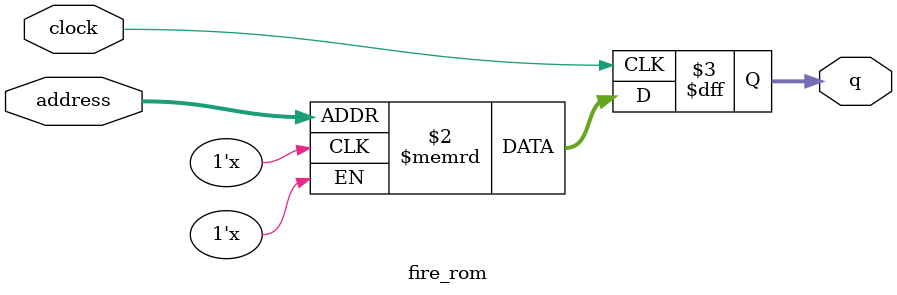
<source format=sv>
module fire_rom (
	input logic clock,
	input logic [9:0] address,
	output logic [8:0] q
);

logic [8:0] memory [0:543] /* synthesis ram_init_file = "./fire/fire.mif" */;

always_ff @ (posedge clock) begin
	q <= memory[address];
end

endmodule

</source>
